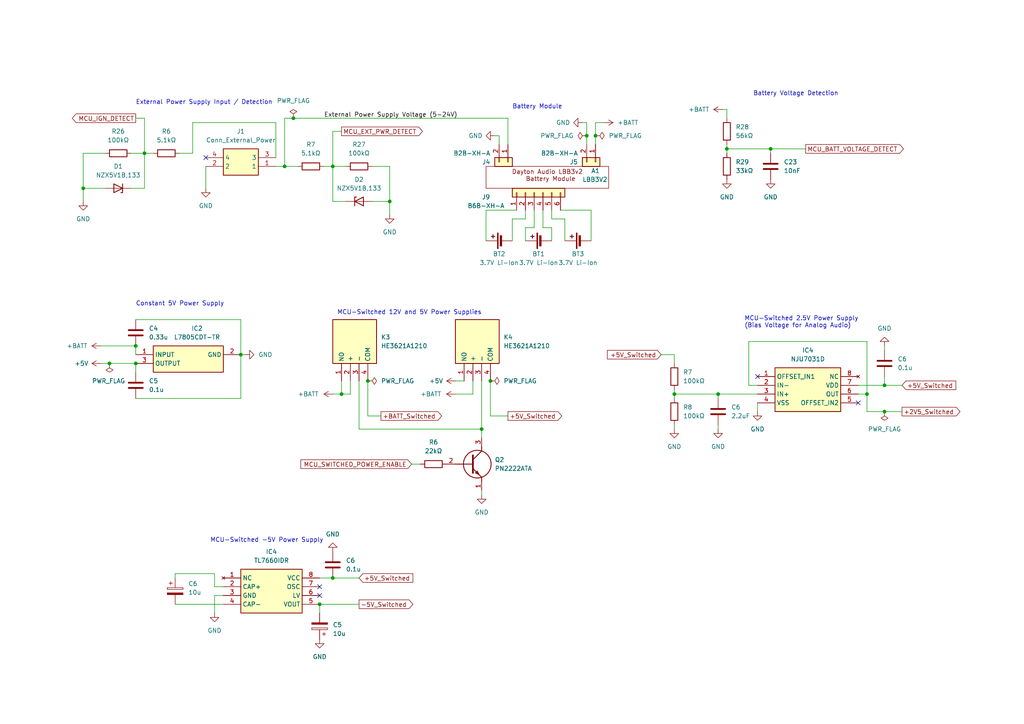
<source format=kicad_sch>
(kicad_sch (version 20230121) (generator eeschema)
  (paper "A4")
  (lib_symbols
    (symbol "Connector_Generic:Conn_01x02" (pin_names (offset 1.016) hide)
      (property "Reference" "J" (at 0 2.54 0))
      (property "Value" "Conn_01x02" (at 0 -5.08 0))
      (symbol "Conn_01x02_1_1"
        (rectangle (start -1.27 -2.413) (end 0 -2.667) (stroke (width 0.1524)))
        (rectangle (start -1.27 0.127) (end 0 -0.127) (stroke (width 0.1524)))
        (rectangle (start -1.27 1.27) (end 1.27 -3.81) (stroke (width 0.254)) (fill (type background)))
        (pin passive line (at -5.08 0 0) (length 3.81) (name "Pin_1") (number "1"))
        (pin passive line (at -5.08 -2.54 0) (length 3.81) (name "Pin_2") (number "2"))
      )
    )
    (symbol "Connector_Generic:Conn_01x06" (pin_names (offset 1.016) hide)
      (property "Reference" "J" (at 0 7.62 0))
      (property "Value" "Conn_01x06" (at 0 -10.16 0))
      (symbol "Conn_01x06_1_1"
        (rectangle (start -1.27 -7.493) (end 0 -7.747) (stroke (width 0.1524)))
        (rectangle (start -1.27 -4.953) (end 0 -5.207) (stroke (width 0.1524)))
        (rectangle (start -1.27 -2.413) (end 0 -2.667) (stroke (width 0.1524)))
        (rectangle (start -1.27 0.127) (end 0 -0.127) (stroke (width 0.1524)))
        (rectangle (start -1.27 2.667) (end 0 2.413) (stroke (width 0.1524)))
        (rectangle (start -1.27 5.207) (end 0 4.953) (stroke (width 0.1524)))
        (rectangle (start -1.27 6.35) (end 1.27 -8.89) (stroke (width 0.254)) (fill (type background)))
        (pin passive line (at -5.08 5.08 0) (length 3.81) (name "Pin_1") (number "1"))
        (pin passive line (at -5.08 2.54 0) (length 3.81) (name "Pin_2") (number "2"))
        (pin passive line (at -5.08 0 0) (length 3.81) (name "Pin_3") (number "3"))
        (pin passive line (at -5.08 -2.54 0) (length 3.81) (name "Pin_4") (number "4"))
        (pin passive line (at -5.08 -5.08 0) (length 3.81) (name "Pin_5") (number "5"))
        (pin passive line (at -5.08 -7.62 0) (length 3.81) (name "Pin_6") (number "6"))
      )
    )
    (symbol "Device:Battery_Cell" (pin_numbers hide) (pin_names (offset 0) hide)
      (property "Reference" "BT" (at 2.54 2.54 0))
      (property "Value" "Battery_Cell" (at 2.54 0 0))
      (symbol "Battery_Cell_0_1"
        (rectangle (start -2.286 1.778) (end 2.286 1.524) (fill (type outline)))
        (rectangle (start -1.524 1.016) (end 1.524 0.508) (fill (type outline)))
        (polyline (pts (xy 0 0.762) (xy 0 0)))
        (polyline (pts (xy 0 1.778) (xy 0 2.54)))
        (polyline (pts (xy 0.762 3.048) (xy 1.778 3.048)) (stroke (width 0.254)))
        (polyline (pts (xy 1.27 3.556) (xy 1.27 2.54)) (stroke (width 0.254)))
      )
      (symbol "Battery_Cell_1_1"
        (pin passive line (at 0 5.08 270) (length 2.54) (name "+") (number "1"))
        (pin passive line (at 0 -2.54 90) (length 2.54) (name "-") (number "2"))
      )
    )
    (symbol "Device:C" (pin_numbers hide) (pin_names (offset 0.254))
      (property "Reference" "C" (at 0.635 2.54 0))
      (property "Value" "C" (at 0.635 -2.54 0))
      (symbol "C_0_1"
        (polyline (pts (xy -2.032 -0.762) (xy 2.032 -0.762)) (stroke (width 0.508)))
        (polyline (pts (xy -2.032 0.762) (xy 2.032 0.762)) (stroke (width 0.508)))
      )
      (symbol "C_1_1"
        (pin passive line (at 0 3.81 270) (length 2.794) (name "~") (number "1"))
        (pin passive line (at 0 -3.81 90) (length 2.794) (name "~") (number "2"))
      )
    )
    (symbol "Device:C_Polarized" (pin_numbers hide) (pin_names (offset 0.254))
      (property "Reference" "C" (at 0.635 2.54 0))
      (property "Value" "C_Polarized" (at 0.635 -2.54 0))
      (symbol "C_Polarized_0_1"
        (rectangle (start -2.286 0.508) (end 2.286 1.016))
        (polyline (pts (xy -1.778 2.286) (xy -0.762 2.286)))
        (polyline (pts (xy -1.27 2.794) (xy -1.27 1.778)))
        (rectangle (start 2.286 -0.508) (end -2.286 -1.016) (fill (type outline)))
      )
      (symbol "C_Polarized_1_1"
        (pin passive line (at 0 3.81 270) (length 2.794) (name "~") (number "1"))
        (pin passive line (at 0 -3.81 90) (length 2.794) (name "~") (number "2"))
      )
    )
    (symbol "Device:D_Zener" (pin_numbers hide) (pin_names (offset 1.016) hide)
      (property "Reference" "D" (at 0 2.54 0))
      (property "Value" "D_Zener" (at 0 -2.54 0))
      (symbol "D_Zener_0_1"
        (polyline (pts (xy 1.27 0) (xy -1.27 0)))
        (polyline (pts (xy -1.27 -1.27) (xy -1.27 1.27) (xy -0.762 1.27)) (stroke (width 0.254)))
        (polyline (pts (xy 1.27 -1.27) (xy 1.27 1.27) (xy -1.27 0) (xy 1.27 -1.27)) (stroke (width 0.254)))
      )
      (symbol "D_Zener_1_1"
        (pin passive line (at -3.81 0 0) (length 2.54) (name "K") (number "1"))
        (pin passive line (at 3.81 0 180) (length 2.54) (name "A") (number "2"))
      )
    )
    (symbol "Device:R" (pin_numbers hide) (pin_names (offset 0))
      (property "Reference" "R" (at 2.032 0 90))
      (property "Value" "R" (at 0 0 90))
      (symbol "R_0_1"
        (rectangle (start -1.016 -2.54) (end 1.016 2.54) (stroke (width 0.254)))
      )
      (symbol "R_1_1"
        (pin passive line (at 0 3.81 270) (length 1.27) (name "~") (number "1"))
        (pin passive line (at 0 -3.81 90) (length 1.27) (name "~") (number "2"))
      )
    )
    (symbol "M92 Bluetooth Adapter Motherboard:LBB3V2"
      (property "Reference" "A" (at -10.16 6.35 0))
      (property "Value" "LBB3V2" (at -7.62 3.81 0))
      (symbol "LBB3V2_0_1"
        (rectangle (start -17.78 2.54) (end 17.78 -3.81))
      )
      (symbol "LBB3V2_1_1"
        (text "Dayton Audio LBB3v2\n  Battery Module" (at 0 0 0) (effects (font (size 1.27 1.27))))
      )
    )
    (symbol "SamacSys_Parts:172448-0004"
      (property "Reference" "J" (at 16.51 7.62 0))
      (property "Value" "172448-0004" (at 16.51 5.08 0))
      (symbol "172448-0004_1_1"
        (rectangle (start 5.08 2.54) (end 15.24 -5.08) (stroke (width 0.254)) (fill (type background)))
        (pin passive line (at 20.32 -2.54 180) (length 5.08) (name "1") (number "1"))
        (pin passive line (at 0 -2.54 0) (length 5.08) (name "2") (number "2"))
        (pin passive line (at 20.32 0 180) (length 5.08) (name "3") (number "3"))
        (pin passive line (at 0 0 0) (length 5.08) (name "4") (number "4"))
      )
    )
    (symbol "SamacSys_Parts:HE3621A1210"
      (property "Reference" "K" (at 19.05 7.62 0))
      (property "Value" "HE3621A1210" (at 19.05 5.08 0))
      (symbol "HE3621A1210_1_1"
        (rectangle (start 5.08 2.54) (end 17.78 -10.16) (stroke (width 0.254)) (fill (type background)))
        (pin passive line (at 0 0 0) (length 5.08) (name "NO") (number "1"))
        (pin passive line (at 0 -2.54 0) (length 5.08) (name "+") (number "2"))
        (pin passive line (at 0 -5.08 0) (length 5.08) (name "-") (number "3"))
        (pin passive line (at 0 -7.62 0) (length 5.08) (name "COM") (number "4"))
      )
    )
    (symbol "SamacSys_Parts:L7805CDT-TR"
      (property "Reference" "IC" (at 26.67 7.62 0))
      (property "Value" "L7805CDT-TR" (at 26.67 5.08 0))
      (symbol "L7805CDT-TR_1_1"
        (rectangle (start 5.08 2.54) (end 25.4 -5.08) (stroke (width 0.254)) (fill (type background)))
        (pin passive line (at 0 0 0) (length 5.08) (name "INPUT") (number "1"))
        (pin passive line (at 30.48 0 180) (length 5.08) (name "GND") (number "2"))
        (pin passive line (at 0 -2.54 0) (length 5.08) (name "OUTPUT") (number "3"))
      )
    )
    (symbol "SamacSys_Parts:NJU7031D"
      (property "Reference" "IC" (at 25.4 7.62 0))
      (property "Value" "NJU7031D" (at 25.4 5.08 0))
      (symbol "NJU7031D_1_1"
        (rectangle (start 5.08 2.54) (end 24.13 -10.16) (stroke (width 0.254)) (fill (type background)))
        (pin passive line (at 0 0 0) (length 5.08) (name "OFFSET_IN1") (number "1"))
        (pin passive line (at 0 -2.54 0) (length 5.08) (name "IN-") (number "2"))
        (pin passive line (at 0 -5.08 0) (length 5.08) (name "IN+") (number "3"))
        (pin power_in line (at 0 -7.62 0) (length 5.08) (name "VSS") (number "4"))
        (pin passive line (at 29.21 -7.62 180) (length 5.08) (name "OFFSET_IN2") (number "5"))
        (pin passive line (at 29.21 -5.08 180) (length 5.08) (name "OUT") (number "6"))
        (pin power_in line (at 29.21 -2.54 180) (length 5.08) (name "VDD") (number "7"))
        (pin no_connect line (at 29.21 0 180) (length 5.08) (name "NC") (number "8"))
      )
    )
    (symbol "SamacSys_Parts:PN2222ATA" (pin_names hide)
      (property "Reference" "Q" (at 13.97 1.27 0))
      (property "Value" "PN2222ATA" (at 13.97 -1.27 0))
      (symbol "PN2222ATA_1_1"
        (polyline (pts (xy 2.54 0) (xy 7.62 0)) (stroke (width 0.254)))
        (polyline (pts (xy 7.62 -1.27) (xy 10.16 -3.81)) (stroke (width 0.254)))
        (polyline (pts (xy 7.62 1.27) (xy 10.16 3.81)) (stroke (width 0.254)))
        (polyline (pts (xy 7.62 2.54) (xy 7.62 -2.54)) (stroke (width 0.508)))
        (polyline (pts (xy 10.16 -3.81) (xy 10.16 -5.08)) (stroke (width 0.254)))
        (polyline (pts (xy 10.16 3.81) (xy 10.16 5.08)) (stroke (width 0.254)))
        (polyline (pts (xy 8.382 -2.54) (xy 8.89 -2.032) (xy 9.398 -3.048) (xy 8.382 -2.54)) (stroke (width 0.254)) (fill (type outline)))
        (circle (center 8.89 0) (radius 4.016) (stroke (width 0.254)))
        (pin passive line (at 10.16 -7.62 90) (length 2.54) (name "E") (number "1"))
        (pin passive line (at 0 0 0) (length 2.54) (name "B") (number "2"))
        (pin passive line (at 10.16 7.62 270) (length 2.54) (name "C") (number "3"))
      )
    )
    (symbol "SamacSys_Parts:TL7660IDR"
      (property "Reference" "IC" (at 24.13 7.62 0))
      (property "Value" "TL7660IDR" (at 24.13 5.08 0))
      (symbol "TL7660IDR_1_1"
        (rectangle (start 5.08 2.54) (end 22.86 -10.16) (stroke (width 0.254)) (fill (type background)))
        (pin no_connect line (at 0 0 0) (length 5.08) (name "NC") (number "1"))
        (pin passive line (at 0 -2.54 0) (length 5.08) (name "CAP+") (number "2"))
        (pin power_in line (at 0 -5.08 0) (length 5.08) (name "GND") (number "3"))
        (pin passive line (at 0 -7.62 0) (length 5.08) (name "CAP-") (number "4"))
        (pin power_out line (at 27.94 -7.62 180) (length 5.08) (name "VOUT") (number "5"))
        (pin passive line (at 27.94 -5.08 180) (length 5.08) (name "LV") (number "6"))
        (pin passive line (at 27.94 -2.54 180) (length 5.08) (name "OSC") (number "7"))
        (pin power_in line (at 27.94 0 180) (length 5.08) (name "VCC") (number "8"))
      )
    )
    (symbol "power:+5V" (power) (pin_names (offset 0))
      (property "Value" "+5V" (at 0 3.556 0))
      (symbol "+5V_0_1"
        (polyline (pts (xy -0.762 1.27) (xy 0 2.54)))
        (polyline (pts (xy 0 0) (xy 0 2.54)))
        (polyline (pts (xy 0 2.54) (xy 0.762 1.27)))
      )
      (symbol "+5V_1_1"
        (pin power_in line (at 0 0 90) (length 0) hide (name "+5V") (number "1"))
      )
    )
    (symbol "power:+BATT" (power) (pin_names (offset 0))
      (property "Value" "+BATT" (at 0 3.556 0))
      (symbol "+BATT_0_1"
        (polyline (pts (xy -0.762 1.27) (xy 0 2.54)))
        (polyline (pts (xy 0 0) (xy 0 2.54)))
        (polyline (pts (xy 0 2.54) (xy 0.762 1.27)))
      )
      (symbol "+BATT_1_1"
        (pin power_in line (at 0 0 90) (length 0) hide (name "+BATT") (number "1"))
      )
    )
    (symbol "power:GND" (power) (pin_names (offset 0))
      (property "Value" "GND" (at 0 -3.81 0))
      (symbol "GND_0_1"
        (polyline (pts (xy 0 0) (xy 0 -1.27) (xy 1.27 -1.27) (xy 0 -2.54) (xy -1.27 -1.27) (xy 0 -1.27)))
      )
      (symbol "GND_1_1"
        (pin power_in line (at 0 0 270) (length 0) hide (name "GND") (number "1"))
      )
    )
    (symbol "power:PWR_FLAG" (power) (pin_numbers hide) (pin_names (offset 0) hide)
      (property "Value" "PWR_FLAG" (at 0 3.81 0))
      (symbol "PWR_FLAG_0_0"
        (pin power_out line (at 0 0 90) (length 0) (name "pwr") (number "1"))
      )
      (symbol "PWR_FLAG_0_1"
        (polyline (pts (xy 0 0) (xy 0 1.27) (xy -1.016 1.905) (xy 0 2.54) (xy 1.016 1.905) (xy 0 1.27)))
      )
    )
  )
  (junction (at 39.37 105.41))
  (junction (at 96.52 48.26))
  (junction (at 210.82 43.18))
  (junction (at 251.46 114.3))
  (junction (at 172.72 39.37))
  (junction (at 99.06 114.3))
  (junction (at 139.7 124.46))
  (junction (at 142.24 110.49))
  (junction (at 92.71 175.26))
  (junction (at 85.09 34.29))
  (junction (at 39.37 100.33))
  (junction (at 31.75 105.41))
  (junction (at 96.52 167.64))
  (junction (at 195.58 114.3))
  (junction (at 24.13 54.61))
  (junction (at 82.55 48.26))
  (junction (at 106.68 110.49))
  (junction (at 256.54 111.76))
  (junction (at 256.54 119.38))
  (junction (at 170.18 39.37))
  (junction (at 69.85 102.87))
  (junction (at 41.91 44.45))
  (junction (at 113.03 58.42))
  (junction (at 208.28 114.3))
  (junction (at 223.52 43.18))
  (no_connect (at 59.69 45.72))
  (no_connect (at 92.71 172.72))
  (no_connect (at 92.71 170.18))
  (no_connect (at 219.71 109.22))
  (no_connect (at 248.92 116.84))
  (wire (pts (xy 69.85 92.71) (xy 69.85 102.87)))
  (wire (pts (xy 96.52 114.3) (xy 99.06 114.3)))
  (wire (pts (xy 256.54 109.22) (xy 256.54 111.76)))
  (wire (pts (xy 62.23 177.8) (xy 62.23 172.72)))
  (wire (pts (xy 195.58 114.3) (xy 208.28 114.3)))
  (wire (pts (xy 160.02 63.5) (xy 160.02 60.96)))
  (wire (pts (xy 210.82 31.75) (xy 209.55 31.75)))
  (wire (pts (xy 132.08 114.3) (xy 137.16 114.3)))
  (wire (pts (xy 217.17 111.76) (xy 219.71 111.76)))
  (wire (pts (xy 38.1 54.61) (xy 41.91 54.61)))
  (wire (pts (xy 41.91 54.61) (xy 41.91 44.45)))
  (wire (pts (xy 210.82 34.29) (xy 210.82 31.75)))
  (wire (pts (xy 41.91 44.45) (xy 44.45 44.45)))
  (wire (pts (xy 82.55 48.26) (xy 86.36 48.26)))
  (wire (pts (xy 208.28 115.57) (xy 208.28 114.3)))
  (wire (pts (xy 210.82 43.18) (xy 223.52 43.18)))
  (wire (pts (xy 92.71 175.26) (xy 104.14 175.26)))
  (wire (pts (xy 210.82 41.91) (xy 210.82 43.18)))
  (wire (pts (xy 24.13 58.42) (xy 24.13 54.61)))
  (wire (pts (xy 50.8 166.37) (xy 62.23 166.37)))
  (wire (pts (xy 139.7 142.24) (xy 139.7 143.51)))
  (wire (pts (xy 39.37 115.57) (xy 69.85 115.57)))
  (wire (pts (xy 134.62 110.49) (xy 132.08 110.49)))
  (wire (pts (xy 59.69 54.61) (xy 59.69 48.26)))
  (wire (pts (xy 92.71 167.64) (xy 96.52 167.64)))
  (wire (pts (xy 217.17 99.06) (xy 217.17 111.76)))
  (wire (pts (xy 195.58 115.57) (xy 195.58 114.3)))
  (wire (pts (xy 256.54 100.33) (xy 256.54 101.6)))
  (wire (pts (xy 168.91 35.56) (xy 170.18 35.56)))
  (wire (pts (xy 62.23 170.18) (xy 64.77 170.18)))
  (wire (pts (xy 92.71 175.26) (xy 92.71 177.8)))
  (wire (pts (xy 39.37 34.29) (xy 41.91 34.29)))
  (wire (pts (xy 96.52 167.64) (xy 104.14 167.64)))
  (wire (pts (xy 195.58 114.3) (xy 195.58 113.03)))
  (wire (pts (xy 157.48 66.04) (xy 157.48 60.96)))
  (wire (pts (xy 38.1 44.45) (xy 41.91 44.45)))
  (wire (pts (xy 41.91 34.29) (xy 41.91 44.45)))
  (wire (pts (xy 96.52 38.1) (xy 99.06 38.1)))
  (wire (pts (xy 139.7 127) (xy 139.7 124.46)))
  (wire (pts (xy 170.18 35.56) (xy 170.18 39.37)))
  (wire (pts (xy 71.12 102.87) (xy 69.85 102.87)))
  (wire (pts (xy 39.37 92.71) (xy 69.85 92.71)))
  (wire (pts (xy 24.13 44.45) (xy 30.48 44.45)))
  (wire (pts (xy 170.18 39.37) (xy 170.18 41.91)))
  (wire (pts (xy 171.45 60.96) (xy 171.45 69.85)))
  (wire (pts (xy 106.68 110.49) (xy 106.68 120.65)))
  (wire (pts (xy 160.02 66.04) (xy 160.02 69.85)))
  (wire (pts (xy 82.55 34.29) (xy 85.09 34.29)))
  (wire (pts (xy 24.13 54.61) (xy 30.48 54.61)))
  (wire (pts (xy 154.94 66.04) (xy 154.94 60.96)))
  (wire (pts (xy 99.06 110.49) (xy 99.06 114.3)))
  (wire (pts (xy 100.33 58.42) (xy 96.52 58.42)))
  (wire (pts (xy 55.88 35.56) (xy 55.88 44.45)))
  (wire (pts (xy 251.46 99.06) (xy 217.17 99.06)))
  (wire (pts (xy 104.14 124.46) (xy 139.7 124.46)))
  (wire (pts (xy 210.82 43.18) (xy 210.82 44.45)))
  (wire (pts (xy 147.32 34.29) (xy 147.32 41.91)))
  (wire (pts (xy 248.92 114.3) (xy 251.46 114.3)))
  (wire (pts (xy 195.58 102.87) (xy 195.58 105.41)))
  (wire (pts (xy 29.21 105.41) (xy 31.75 105.41)))
  (wire (pts (xy 107.95 58.42) (xy 113.03 58.42)))
  (wire (pts (xy 148.59 69.85) (xy 148.59 63.5)))
  (wire (pts (xy 104.14 110.49) (xy 104.14 124.46)))
  (wire (pts (xy 101.6 110.49) (xy 101.6 114.3)))
  (wire (pts (xy 31.75 105.41) (xy 39.37 105.41)))
  (wire (pts (xy 191.77 102.87) (xy 195.58 102.87)))
  (wire (pts (xy 39.37 100.33) (xy 39.37 102.87)))
  (wire (pts (xy 85.09 34.29) (xy 147.32 34.29)))
  (wire (pts (xy 96.52 58.42) (xy 96.52 48.26)))
  (wire (pts (xy 195.58 123.19) (xy 195.58 124.46)))
  (wire (pts (xy 113.03 48.26) (xy 113.03 58.42)))
  (wire (pts (xy 223.52 44.45) (xy 223.52 43.18)))
  (wire (pts (xy 256.54 111.76) (xy 261.62 111.76)))
  (wire (pts (xy 93.98 48.26) (xy 96.52 48.26)))
  (wire (pts (xy 137.16 114.3) (xy 137.16 110.49)))
  (wire (pts (xy 39.37 105.41) (xy 39.37 107.95)))
  (wire (pts (xy 140.97 60.96) (xy 140.97 69.85)))
  (wire (pts (xy 208.28 114.3) (xy 219.71 114.3)))
  (wire (pts (xy 144.78 39.37) (xy 143.51 39.37)))
  (wire (pts (xy 55.88 35.56) (xy 80.01 35.56)))
  (wire (pts (xy 160.02 66.04) (xy 157.48 66.04)))
  (wire (pts (xy 55.88 44.45) (xy 52.07 44.45)))
  (wire (pts (xy 152.4 63.5) (xy 152.4 60.96)))
  (wire (pts (xy 142.24 110.49) (xy 142.24 120.65)))
  (wire (pts (xy 172.72 35.56) (xy 172.72 39.37)))
  (wire (pts (xy 152.4 66.04) (xy 152.4 69.85)))
  (wire (pts (xy 119.38 134.62) (xy 121.92 134.62)))
  (wire (pts (xy 256.54 119.38) (xy 261.62 119.38)))
  (wire (pts (xy 96.52 48.26) (xy 96.52 38.1)))
  (wire (pts (xy 62.23 166.37) (xy 62.23 170.18)))
  (wire (pts (xy 140.97 60.96) (xy 149.86 60.96)))
  (wire (pts (xy 80.01 35.56) (xy 80.01 45.72)))
  (wire (pts (xy 251.46 119.38) (xy 251.46 114.3)))
  (wire (pts (xy 163.83 63.5) (xy 160.02 63.5)))
  (wire (pts (xy 251.46 99.06) (xy 251.46 114.3)))
  (wire (pts (xy 175.26 35.56) (xy 172.72 35.56)))
  (wire (pts (xy 144.78 41.91) (xy 144.78 39.37)))
  (wire (pts (xy 152.4 66.04) (xy 154.94 66.04)))
  (wire (pts (xy 163.83 63.5) (xy 163.83 69.85)))
  (wire (pts (xy 80.01 48.26) (xy 82.55 48.26)))
  (wire (pts (xy 172.72 39.37) (xy 172.72 41.91)))
  (wire (pts (xy 69.85 115.57) (xy 69.85 102.87)))
  (wire (pts (xy 50.8 166.37) (xy 50.8 167.64)))
  (wire (pts (xy 208.28 123.19) (xy 208.28 124.46)))
  (wire (pts (xy 50.8 175.26) (xy 64.77 175.26)))
  (wire (pts (xy 29.21 100.33) (xy 39.37 100.33)))
  (wire (pts (xy 107.95 48.26) (xy 113.03 48.26)))
  (wire (pts (xy 24.13 54.61) (xy 24.13 44.45)))
  (wire (pts (xy 219.71 116.84) (xy 219.71 119.38)))
  (wire (pts (xy 148.59 63.5) (xy 152.4 63.5)))
  (wire (pts (xy 113.03 58.42) (xy 113.03 62.23)))
  (wire (pts (xy 142.24 120.65) (xy 147.32 120.65)))
  (wire (pts (xy 96.52 48.26) (xy 100.33 48.26)))
  (wire (pts (xy 256.54 119.38) (xy 251.46 119.38)))
  (wire (pts (xy 223.52 43.18) (xy 233.68 43.18)))
  (wire (pts (xy 139.7 110.49) (xy 139.7 124.46)))
  (wire (pts (xy 82.55 48.26) (xy 82.55 34.29)))
  (wire (pts (xy 106.68 120.65) (xy 110.49 120.65)))
  (wire (pts (xy 62.23 172.72) (xy 64.77 172.72)))
  (wire (pts (xy 248.92 111.76) (xy 256.54 111.76)))
  (wire (pts (xy 171.45 60.96) (xy 162.56 60.96)))
  (wire (pts (xy 99.06 114.3) (xy 101.6 114.3)))
  (text "MCU-Switched 12V and 5V Power Supplies" (at 97.79 91.44 0) (effects (font (size 1.27 1.27)) (justify left bottom)))
  (text "MCU-Switched 2.5V Power Supply\n(Bias Voltage for Analog Audio)" (at 215.9 95.25 0) (effects (font (size 1.27 1.27)) (justify left bottom)))
  (text "Battery Voltage Detection" (at 218.44 27.94 0) (effects (font (size 1.27 1.27)) (justify left bottom)))
  (text "External Power Supply Input / Detection" (at 39.37 30.48 0) (effects (font (size 1.27 1.27)) (justify left bottom)))
  (text "Battery Module" (at 148.59 31.75 0) (effects (font (size 1.27 1.27)) (justify left bottom)))
  (text "Constant 5V Power Supply" (at 39.37 88.9 0) (effects (font (size 1.27 1.27)) (justify left bottom)))
  (text "MCU-Switched -5V Power Supply" (at 60.96 157.48 0) (effects (font (size 1.27 1.27)) (justify left bottom)))
  (label "External Power Supply Voltage (5-24V)" (at 93.98 34.29 0))
  (global_label "+BATT_Switched" (shape output) (at 110.49 120.65 0) (property "Intersheetrefs" "${INTERSHEET_REFS}" (at 128.6547 120.65 0) (effects (justify left))))
  (global_label "-5V_Switched" (shape output) (at 104.14 175.26 0) (property "Intersheetrefs" "${INTERSHEET_REFS}" (at 120.309 175.26 0) (effects (justify left))))
  (global_label "+2V5_Switched" (shape output) (at 261.62 119.38 0) (property "Intersheetrefs" "${INTERSHEET_REFS}" (at 278.9985 119.38 0) (effects (justify left))))
  (global_label "+5V_Switched" (shape output) (at 147.32 120.65 0) (property "Intersheetrefs" "${INTERSHEET_REFS}" (at 163.489 120.65 0) (effects (justify left))))
  (global_label "+5V_Switched" (shape input) (at 261.62 111.76 0) (property "Intersheetrefs" "${INTERSHEET_REFS}" (at 277.789 111.76 0) (effects (justify left))))
  (global_label "MCU_BATT_VOLTAGE_DETECT" (shape output) (at 233.68 43.18 0) (property "Intersheetrefs" "${INTERSHEET_REFS}" (at 262.6093 43.18 0) (effects (justify left))))
  (global_label "MCU_EXT_PWR_DETECT" (shape output) (at 99.06 38.1 0) (property "Intersheetrefs" "${INTERSHEET_REFS}" (at 123.0906 38.1 0) (effects (justify left))))
  (global_label "+5V_Switched" (shape input) (at 104.14 167.64 0) (property "Intersheetrefs" "${INTERSHEET_REFS}" (at 120.309 167.64 0) (effects (justify left))))
  (global_label "+5V_Switched" (shape input) (at 191.77 102.87 180) (property "Intersheetrefs" "${INTERSHEET_REFS}" (at 175.601 102.87 0) (effects (justify right))))
  (global_label "MCU_SWITCHED_POWER_ENABLE" (shape input) (at 119.38 134.62 180) (property "Intersheetrefs" "${INTERSHEET_REFS}" (at 86.7012 134.62 0) (effects (justify right))))
  (global_label "MCU_IGN_DETECT" (shape output) (at 39.37 34.29 180) (property "Intersheetrefs" "${INTERSHEET_REFS}" (at 20.4192 34.29 0) (effects (justify right))))
  (symbol (lib_id "SamacSys_Parts:TL7660IDR") (at 64.77 167.64 0) (unit 1)
    (property "Reference" "IC4" (at 78.74 160.02 0))
    (property "Value" "TL7660IDR" (at 78.74 162.56 0))
    (property "Footprint" "SOIC127P600X175-8N" (effects hide))
    (property "Datasheet" "http://www.ti.com/lit/gpn/tl7660" (effects hide))
    (property "Height" "1.75" (effects hide))
    (property "Mouser Part Number" "595-TL7660IDR" (effects hide))
    (property "Mouser Price/Stock" "https://www.mouser.com/ProductDetail/Texas-Instruments/TL7660IDR?qs=jZi1jxfVU96QBF8szGiP8Q%3D%3D" (effects hide))
    (property "Manufacturer_Name" "Texas Instruments" (effects hide))
    (property "Manufacturer_Part_Number" "TL7660IDR" (effects hide))
    (property "JLCPCB Part #" "C2071722" (effects hide))
  )
  (symbol (lib_id "power:PWR_FLAG") (at 106.68 110.49 270) (unit 1)
    (property "Reference" "#FLG02" (effects hide))
    (property "Value" "PWR_FLAG" (at 110.49 110.49 90) (effects (justify left)))
    (instances (project "M92 Bluetooth Adapter Motherboard" (path "" (reference "#FLG02") (unit 1)) (path "" (reference "#FLG03") (unit 1))))
  )
  (symbol (lib_id "power:GND") (at 210.82 52.07 0) (unit 1)
    (property "Reference" "#PWR010" (effects hide))
    (property "Value" "GND" (at 210.82 57.15 0))
    (instances (project "M92 Bluetooth Adapter Motherboard" (path "" (reference "#PWR010") (unit 1)) (path "" (reference "#PWR050") (unit 1)) (path "" (reference "#PWR056") (unit 1))))
  )
  (symbol (lib_id "Device:C") (at 208.28 119.38 0) (unit 1)
    (property "Reference" "C6" (at 212.09 118.11 0) (effects (justify left)))
    (property "Value" "2.2uF" (at 212.09 120.65 0) (effects (justify left)))
    (property "Footprint" "Capacitor_SMD:C_1206_3216Metric_Pad1.33x1.80mm_HandSolder" (effects hide))
    (property "Manufacturer_Name" "KEMET" (effects hide))
    (property "Manufacturer_Part_Number" "C1206C225J4RACTU" (effects hide))
    (property "Mouser Part Number" "80-C1206C225J4R" (effects hide))
    (property "Mouser Price/Stock" "https://www.mouser.com/ProductDetail/KEMET/C1206C225J4RACTU?qs=m0aKnHR%2FAE52qxZ60Kenpg%3D%3D" (effects hide))
    (property "JLCPCB Part #" "C5137587" (effects hide))
    (instances (project "M92 Bluetooth Adapter Motherboard" (path "" (reference "C6") (unit 1)) (path "" (reference "C10") (unit 1))))
  )
  (symbol (lib_id "Device:C_Polarized") (at 92.71 181.61 180) (unit 1)
    (property "Reference" "C5" (at 96.52 181.229 0) (effects (justify right)))
    (property "Value" "10u" (at 96.52 183.769 0) (effects (justify right)))
    (property "Footprint" "Capacitor_SMD:CP_Elec_4x5.4" (effects hide))
    (property "Height" "5.4" (effects hide))
    (property "Manufacturer_Name" "KEMET" (effects hide))
    (property "Manufacturer_Part_Number" "EDH106M016A9BAA" (effects hide))
    (property "Mouser Part Number" "80-EDH106M016A9BAA" (effects hide))
    (property "Mouser Price/Stock" "https://www.mouser.com/ProductDetail/KEMET/EDH106M016A9BAA?qs=iR2ablhfrmGRSCLQdrL4eg%3D%3D" (effects hide))
    (property "JLCPCB Part #" "C3001227" (effects hide))
  )
  (symbol (lib_id "Device:D_Zener") (at 34.29 54.61 180) (unit 1)
    (property "Reference" "D1" (at 34.29 48.26 0))
    (property "Value" "NZX5V1B,133" (at 34.29 50.8 0))
    (property "Footprint" "Diode_THT:D_DO-35_SOD27_P2.54mm_Vertical_AnodeUp" (effects hide))
    (property "Manufacturer_Name" "Nexperia" (effects hide))
    (property "Manufacturer_Part_Number" "NZX5V1B,133" (effects hide))
    (property "Mouser Part Number" "771-NZX5V1B,133" (effects hide))
    (property "Mouser Price/Stock" "https://www.mouser.com/ProductDetail/Nexperia/NZX5V1B133?qs=mSipnS5lFm8BuFOR0Qsn%2Fw%3D%3D" (effects hide))
  )
  (symbol (lib_id "power:PWR_FLAG") (at 85.09 34.29 0) (unit 1)
    (property "Reference" "#FLG01" (effects hide))
    (property "Value" "PWR_FLAG" (at 85.09 29.21 0))
    (instances (project "M92 Bluetooth Adapter Motherboard" (path "" (reference "#FLG01") (unit 1)) (path "" (reference "#FLG02") (unit 1))))
  )
  (symbol (lib_id "SamacSys_Parts:NJU7031D") (at 219.71 109.22 0) (unit 1)
    (property "Reference" "IC4" (at 234.315 101.6 0))
    (property "Value" "NJU7031D" (at 234.315 104.14 0))
    (property "Footprint" "DIP762W56P254L880H425Q8N" (effects hide))
    (property "Datasheet" "https://www.mouser.com/datasheet/2/294/njrc_s_a0000239086_1-2279623.pdf" (effects hide))
    (property "Height" "4.25" (effects hide))
    (property "Mouser Part Number" "513-NJU7031D" (effects hide))
    (property "Mouser Price/Stock" "https://www.mouser.com/ProductDetail/Nisshinbo/NJU7031D?qs=h19x94Mol3zae2an8c91lA%3D%3D" (effects hide))
    (property "Manufacturer_Name" "New Japan Radio" (effects hide))
    (property "Manufacturer_Part_Number" "NJU7031D" (effects hide))
    (instances (project "M92 Bluetooth Adapter Motherboard" (path "" (reference "IC4") (unit 1)) (path "" (reference "IC3") (unit 1))))
  )
  (symbol (lib_id "Device:D_Zener") (at 104.14 58.42 0) (unit 1)
    (property "Reference" "D2" (at 104.14 52.07 0))
    (property "Value" "NZX5V1B,133" (at 104.14 54.61 0))
    (property "Footprint" "Diode_THT:D_DO-35_SOD27_P2.54mm_Vertical_AnodeUp" (effects hide))
    (property "Manufacturer_Name" "Nexperia" (effects hide))
    (property "Manufacturer_Part_Number" "NZX5V1B,133" (effects hide))
    (property "Mouser Part Number" "771-NZX5V1B,133" (effects hide))
    (property "Mouser Price/Stock" "https://www.mouser.com/ProductDetail/Nexperia/NZX5V1B133?qs=mSipnS5lFm8BuFOR0Qsn%2Fw%3D%3D" (effects hide))
  )
  (symbol (lib_id "power:PWR_FLAG") (at 170.18 39.37 90) (unit 1)
    (property "Reference" "#FLG02" (effects hide))
    (property "Value" "PWR_FLAG" (at 166.37 39.37 90) (effects (justify left)))
    (instances (project "M92 Bluetooth Adapter Motherboard" (path "" (reference "#FLG02") (unit 1)) (path "" (reference "#FLG07") (unit 1))))
  )
  (symbol (lib_id "power:+BATT") (at 132.08 114.3 90) (unit 1)
    (property "Reference" "#PWR040" (effects hide))
    (property "Value" "+BATT" (at 121.92 114.3 90) (effects (justify right)))
  )
  (symbol (lib_id "Device:R") (at 34.29 44.45 90) (unit 1)
    (property "Reference" "R26" (at 34.29 38.1 90))
    (property "Value" "100kΩ" (at 34.29 40.64 90))
    (property "Footprint" "Resistor_SMD:R_1206_3216Metric_Pad1.30x1.75mm_HandSolder" (effects hide))
    (property "Datasheet" "https://www.mouser.com/datasheet/2/54/cr-1858361.pdf" (effects hide))
    (property "Height" "0.6" (effects hide))
    (property "Manufacturer_Name" "Bourns" (effects hide))
    (property "Manufacturer_Part_Number" "CR1206-FX-1003ELF" (effects hide))
    (property "Mouser Part Number" "652-CR1206FX-1003ELF" (effects hide))
    (property "Mouser Price/Stock" "https://www.mouser.com/ProductDetail/Bourns/CR1206-FX-1003ELF?qs=sGAEpiMZZMvdGkrng054t%2Fh5BnJxeWSzEzvHzHwEBoM%3D" (effects hide))
    (property "JLCPCB Part #" "C212480" (effects hide))
  )
  (symbol (lib_id "Device:C_Polarized") (at 50.8 171.45 0) (unit 1)
    (property "Reference" "C6" (at 54.61 169.291 0) (effects (justify left)))
    (property "Value" "10u" (at 54.61 171.831 0) (effects (justify left)))
    (property "Footprint" "Capacitor_SMD:CP_Elec_4x5.4" (effects hide))
    (property "Height" "5.4" (effects hide))
    (property "Manufacturer_Name" "KEMET" (effects hide))
    (property "Manufacturer_Part_Number" "EDH106M016A9BAA" (effects hide))
    (property "Mouser Part Number" "80-EDH106M016A9BAA" (effects hide))
    (property "Mouser Price/Stock" "https://www.mouser.com/ProductDetail/KEMET/EDH106M016A9BAA?qs=iR2ablhfrmGRSCLQdrL4eg%3D%3D" (effects hide))
    (property "JLCPCB Part #" "C3001227" (effects hide))
  )
  (symbol (lib_id "power:PWR_FLAG") (at 172.72 39.37 270) (unit 1)
    (property "Reference" "#FLG02" (effects hide))
    (property "Value" "PWR_FLAG" (at 176.53 39.37 90) (effects (justify left)))
    (instances (project "M92 Bluetooth Adapter Motherboard" (path "" (reference "#FLG02") (unit 1)) (path "" (reference "#FLG06") (unit 1))))
  )
  (symbol (lib_id "power:GND") (at 62.23 177.8 0) (unit 1)
    (property "Reference" "#PWR013" (effects hide))
    (property "Value" "GND" (at 62.23 182.88 0))
    (instances (project "M92 Bluetooth Adapter Motherboard" (path "" (reference "#PWR013") (unit 1)) (path "" (reference "#PWR014") (unit 1))))
  )
  (symbol (lib_id "Device:C") (at 96.52 163.83 0) (unit 1)
    (property "Reference" "C6" (at 100.33 162.56 0) (effects (justify left)))
    (property "Value" "0.1u" (at 100.33 165.1 0) (effects (justify left)))
    (property "Footprint" "Capacitor_SMD:C_1206_3216Metric_Pad1.33x1.80mm_HandSolder" (effects hide))
    (property "Manufacturer_Name" "KEMET" (effects hide))
    (property "Manufacturer_Part_Number" "C1206C104J4HACTU" (effects hide))
    (property "Mouser Part Number" "80-C1206C104J4HACTU" (effects hide))
    (property "Mouser Price/Stock" "https://www.mouser.com/ProductDetail/KEMET/C1206C104J4HACTU?qs=W0yvOO0ixfH3SzteelzlzQ%3D%3D" (effects hide))
    (property "JLCPCB Part #" "C5137650" (effects hide))
    (instances (project "M92 Bluetooth Adapter Motherboard" (path "" (reference "C6") (unit 1)) (path "" (reference "C4") (unit 1))))
  )
  (symbol (lib_id "power:GND") (at 113.03 62.23 0) (unit 1)
    (property "Reference" "#PWR01" (effects hide))
    (property "Value" "GND" (at 113.03 67.31 0))
  )
  (symbol (lib_id "power:+BATT") (at 96.52 114.3 90) (unit 1)
    (property "Reference" "#PWR041" (effects hide))
    (property "Value" "+BATT" (at 86.36 114.3 90) (effects (justify right)))
  )
  (symbol (lib_id "power:GND") (at 256.54 100.33 180) (unit 1)
    (property "Reference" "#PWR017" (effects hide))
    (property "Value" "GND" (at 256.54 95.25 0))
    (instances (project "M92 Bluetooth Adapter Motherboard" (path "" (reference "#PWR017") (unit 1)) (path "" (reference "#PWR06") (unit 1))))
  )
  (symbol (lib_id "Connector_Generic:Conn_01x02") (at 172.72 46.99 270) (unit 1)
    (property "Reference" "J5" (at 167.64 46.99 90) (effects (justify right)))
    (property "Value" "B2B-XH-A" (at 167.64 44.45 90) (effects (justify right)))
    (property "Footprint" "Connector_JST:JST_XH_B2B-XH-A_1x02_P2.50mm_Vertical" (effects hide))
    (property "Manufacturer_Name" "JST" (effects hide))
    (property "Manufacturer_Part_Number" "B2B-XH-A" (effects hide))
  )
  (symbol (lib_id "power:+BATT") (at 209.55 31.75 90) (unit 1)
    (property "Reference" "#PWR057" (effects hide))
    (property "Value" "+BATT" (at 205.74 31.75 90) (effects (justify left)))
  )
  (symbol (lib_id "power:GND") (at 96.52 160.02 180) (unit 1)
    (property "Reference" "#PWR013" (effects hide))
    (property "Value" "GND" (at 96.52 154.94 0))
    (instances (project "M92 Bluetooth Adapter Motherboard" (path "" (reference "#PWR013") (unit 1)) (path "" (reference "#PWR016") (unit 1))))
  )
  (symbol (lib_id "Device:Battery_Cell") (at 168.91 69.85 90) (unit 1)
    (property "Reference" "BT3" (at 167.64 73.66 90))
    (property "Value" "3.7V Li-Ion" (at 167.64 76.2 90))
    (property "Footprint" "Battery:BatteryHolder_Keystone_2460_1xAA" (effects hide))
    (property "Height" "13.89" (effects hide))
    (property "Manufacturer_Name" "Keystone Electronics" (effects hide))
    (property "Manufacturer_Part_Number" "2460" (effects hide))
    (property "Mouser Part Number" "534-2460" (effects hide))
    (property "Mouser Price/Stock" "https://www.mouser.com/ProductDetail/Keystone-Electronics/2460?qs=3CbvriavsLB6FI3qURcWXQ%3D%3D" (effects hide))
  )
  (symbol (lib_id "Device:C") (at 39.37 111.76 180) (unit 1)
    (property "Reference" "C5" (at 43.18 110.49 0) (effects (justify right)))
    (property "Value" "0.1u" (at 43.18 113.03 0) (effects (justify right)))
    (property "Footprint" "Capacitor_SMD:C_1206_3216Metric_Pad1.33x1.80mm_HandSolder" (effects hide))
    (property "Manufacturer_Name" "KEMET" (effects hide))
    (property "Manufacturer_Part_Number" "C1206C104J4HACTU" (effects hide))
    (property "Mouser Part Number" "80-C1206C104J4HACTU" (effects hide))
    (property "Mouser Price/Stock" "https://www.mouser.com/ProductDetail/KEMET/C1206C104J4HACTU?qs=W0yvOO0ixfH3SzteelzlzQ%3D%3D" (effects hide))
    (property "JLCPCB Part #" "C5137650" (effects hide))
    (instances (project "M92 Bluetooth Adapter Motherboard" (path "" (reference "C5") (unit 1)) (path "" (reference "C8") (unit 1))))
  )
  (symbol (lib_id "power:GND") (at 223.52 52.07 0) (unit 1)
    (property "Reference" "#PWR010" (effects hide))
    (property "Value" "GND" (at 223.52 57.15 0))
    (instances (project "M92 Bluetooth Adapter Motherboard" (path "" (reference "#PWR010") (unit 1)) (path "" (reference "#PWR050") (unit 1)) (path "" (reference "#PWR010") (unit 1))))
  )
  (symbol (lib_id "power:GND") (at 71.12 102.87 90) (unit 1)
    (property "Reference" "#PWR012" (effects hide))
    (property "Value" "GND" (at 74.93 102.87 90) (effects (justify right)))
    (instances (project "M92 Bluetooth Adapter Motherboard" (path "" (reference "#PWR012") (unit 1)) (path "" (reference "#PWR019") (unit 1))))
  )
  (symbol (lib_id "M92 Bluetooth Adapter Motherboard:LBB3V2") (at 158.75 50.8 0) (unit 1)
    (property "Reference" "A1" (at 171.45 49.53 0) (effects (justify left)))
    (property "Value" "LBB3V2" (at 168.91 52.07 0) (effects (justify left)))
    (property "Footprint" "M92 Bluetooth Adapter Motherboard:LBB3v2 Battery Module" (effects hide))
    (property "Datasheet" "https://www.daytonaudio.com/images/resources/325-201--dayton-audio-lbb-3v2-user-manual.pdf" (effects hide))
    (property "Manufacturer_Name" "Dayton Audio" (effects hide))
    (property "Manufacturer_Part_Number" "LBB3v2" (effects hide))
  )
  (symbol (lib_id "power:GND") (at 168.91 35.56 270) (unit 1)
    (property "Reference" "#PWR01" (effects hide))
    (property "Value" "GND" (at 161.29 35.56 90) (effects (justify left)))
    (instances (project "M92 Bluetooth Adapter Motherboard" (path "" (reference "#PWR01") (unit 1)) (path "" (reference "#PWR013") (unit 1))))
  )
  (symbol (lib_id "Device:C") (at 256.54 105.41 0) (unit 1)
    (property "Reference" "C6" (at 260.35 104.14 0) (effects (justify left)))
    (property "Value" "0.1u" (at 260.35 106.68 0) (effects (justify left)))
    (property "Footprint" "Capacitor_SMD:C_1206_3216Metric_Pad1.33x1.80mm_HandSolder" (effects hide))
    (property "Manufacturer_Name" "KEMET" (effects hide))
    (property "Manufacturer_Part_Number" "C1206C104J4HACTU" (effects hide))
    (property "Mouser Part Number" "80-C1206C104J4HACTU" (effects hide))
    (property "Mouser Price/Stock" "https://www.mouser.com/ProductDetail/KEMET/C1206C104J4HACTU?qs=W0yvOO0ixfH3SzteelzlzQ%3D%3D" (effects hide))
    (property "JLCPCB Part #" "C5137650" (effects hide))
    (instances (project "M92 Bluetooth Adapter Motherboard" (path "" (reference "C6") (unit 1)) (path "" (reference "C9") (unit 1))))
  )
  (symbol (lib_id "SamacSys_Parts:HE3621A1210") (at 134.62 110.49 90) (unit 1)
    (property "Reference" "K4" (at 146.05 97.79 90) (effects (justify right)))
    (property "Value" "HE3621A1210" (at 146.05 100.33 90) (effects (justify right)))
    (property "Footprint" "HE3621A1210" (effects hide))
    (property "Datasheet" "https://www.littelfuse.com/~/media/electronics/datasheets/reed_relays/littelfuse_reed_relays_he3600_datasheet.pdf.pdf" (effects hide))
    (property "Height" "7.45" (effects hide))
    (property "Mouser Part Number" "934-HE3621A1210" (effects hide))
    (property "Mouser Price/Stock" "https://www.mouser.com/ProductDetail/Littelfuse/HE3621A1210?qs=X8LBAgEWIKJdT9HoAF5kHg%3D%3D" (effects hide))
    (property "Manufacturer_Name" "LITTELFUSE" (effects hide))
    (property "Manufacturer_Part_Number" "HE3621A1210" (effects hide))
    (instances (project "M92 Bluetooth Adapter Motherboard" (path "" (reference "K4") (unit 1)) (path "" (reference "K2") (unit 1))))
  )
  (symbol (lib_id "power:+BATT") (at 175.26 35.56 270) (unit 1)
    (property "Reference" "#PWR039" (effects hide))
    (property "Value" "+BATT" (at 179.07 35.56 90) (effects (justify left)))
  )
  (symbol (lib_id "SamacSys_Parts:HE3621A1210") (at 99.06 110.49 90) (unit 1)
    (property "Reference" "K3" (at 110.49 97.79 90) (effects (justify right)))
    (property "Value" "HE3621A1210" (at 110.49 100.33 90) (effects (justify right)))
    (property "Footprint" "HE3621A1210" (effects hide))
    (property "Datasheet" "https://www.littelfuse.com/~/media/electronics/datasheets/reed_relays/littelfuse_reed_relays_he3600_datasheet.pdf.pdf" (effects hide))
    (property "Height" "7.45" (effects hide))
    (property "Mouser Part Number" "934-HE3621A1210" (effects hide))
    (property "Mouser Price/Stock" "https://www.mouser.com/ProductDetail/Littelfuse/HE3621A1210?qs=X8LBAgEWIKJdT9HoAF5kHg%3D%3D" (effects hide))
    (property "Manufacturer_Name" "LITTELFUSE" (effects hide))
    (property "Manufacturer_Part_Number" "HE3621A1210" (effects hide))
    (instances (project "M92 Bluetooth Adapter Motherboard" (path "" (reference "K3") (unit 1)) (path "" (reference "K1") (unit 1))))
  )
  (symbol (lib_id "Device:Battery_Cell") (at 157.48 69.85 90) (unit 1)
    (property "Reference" "BT1" (at 156.21 73.66 90))
    (property "Value" "3.7V Li-Ion" (at 156.21 76.2 90))
    (property "Footprint" "Battery:BatteryHolder_Keystone_2460_1xAA" (effects hide))
    (property "Height" "13.89" (effects hide))
    (property "Manufacturer_Name" "Keystone Electronics" (effects hide))
    (property "Manufacturer_Part_Number" "2460" (effects hide))
    (property "Mouser Part Number" "534-2460" (effects hide))
    (property "Mouser Price/Stock" "https://www.mouser.com/ProductDetail/Keystone-Electronics/2460?qs=3CbvriavsLB6FI3qURcWXQ%3D%3D" (effects hide))
  )
  (symbol (lib_id "power:+5V") (at 29.21 105.41 90) (unit 1)
    (property "Reference" "#PWR011" (effects hide))
    (property "Value" "+5V" (at 21.59 105.41 90) (effects (justify right)))
    (instances (project "M92 Bluetooth Adapter Motherboard" (path "" (reference "#PWR011") (unit 1)) (path "" (reference "#PWR020") (unit 1))))
  )
  (symbol (lib_id "SamacSys_Parts:PN2222ATA") (at 129.54 134.62 0) (unit 1)
    (property "Reference" "Q2" (at 143.51 133.35 0) (effects (justify left)))
    (property "Value" "PN2222ATA" (at 143.51 135.89 0) (effects (justify left)))
    (property "Footprint" "BC33740TA" (effects hide))
    (property "Datasheet" "https://www.mouser.com/datasheet/2/308/1/PN2222A_D-2319791.pdf" (effects hide))
    (property "Mouser Part Number" "512-PN2222ATA" (effects hide))
    (property "Mouser Price/Stock" "https://www.mouser.com/ProductDetail/onsemi-Fairchild/PN2222ATA?qs=QwEULm8S1DrfA%2FCRPqYa%252Bw%3D%3D" (effects hide))
    (property "Manufacturer_Name" "onsemi" (effects hide))
    (property "Manufacturer_Part_Number" "PN2222ATA" (effects hide))
    (instances (project "M92 Bluetooth Adapter Motherboard" (path "" (reference "Q2") (unit 1)) (path "" (reference "Q3") (unit 1))))
  )
  (symbol (lib_id "Connector_Generic:Conn_01x06") (at 154.94 55.88 90) (unit 1)
    (property "Reference" "J9" (at 140.97 57.15 90))
    (property "Value" "B6B-XH-A" (at 140.97 59.69 90))
    (property "Footprint" "Connector_JST:JST_XH_B6B-XH-A_1x06_P2.50mm_Vertical" (effects hide))
    (property "Manufacturer_Name" "JST" (effects hide))
    (property "Manufacturer_Part_Number" "B6B-XH-A" (effects hide))
  )
  (symbol (lib_id "power:PWR_FLAG") (at 142.24 110.49 270) (unit 1)
    (property "Reference" "#FLG02" (effects hide))
    (property "Value" "PWR_FLAG" (at 146.05 110.49 90) (effects (justify left)))
    (instances (project "M92 Bluetooth Adapter Motherboard" (path "" (reference "#FLG02") (unit 1)) (path "" (reference "#FLG04") (unit 1))))
  )
  (symbol (lib_id "Device:R") (at 48.26 44.45 90) (unit 1)
    (property "Reference" "R6" (at 48.26 38.1 90))
    (property "Value" "5.1kΩ" (at 48.26 40.64 90))
    (property "Footprint" "Resistor_SMD:R_1206_3216Metric_Pad1.30x1.75mm_HandSolder" (effects hide))
    (property "Datasheet" "https://www.mouser.com/datasheet/2/54/cr-1858361.pdf" (effects hide))
    (property "Height" "0.6" (effects hide))
    (property "Manufacturer_Name" "Bourns" (effects hide))
    (property "Manufacturer_Part_Number" "CR1206-FX-5101ELF" (effects hide))
    (property "Mouser Part Number" "652-CR1206FX-5101ELF" (effects hide))
    (property "Mouser Price/Stock" "https://www.mouser.com/ProductDetail/Bourns/CR1206-FX-5101ELF?qs=sGAEpiMZZMvdGkrng054t%2Fh5BnJxeWSzOFEIVWI72qY%3D" (effects hide))
    (property "JLCPCB Part #" "C368272" (effects hide))
  )
  (symbol (lib_id "power:PWR_FLAG") (at 256.54 119.38 180) (unit 1)
    (property "Reference" "#FLG02" (effects hide))
    (property "Value" "PWR_FLAG" (at 256.54 124.46 0))
    (instances (project "M92 Bluetooth Adapter Motherboard" (path "" (reference "#FLG02") (unit 1)) (path "" (reference "#FLG05") (unit 1))))
  )
  (symbol (lib_id "Device:R") (at 104.14 48.26 270) (unit 1)
    (property "Reference" "R27" (at 104.14 41.91 90))
    (property "Value" "100kΩ" (at 104.14 44.45 90))
    (property "Footprint" "Resistor_SMD:R_1206_3216Metric_Pad1.30x1.75mm_HandSolder" (effects hide))
    (property "Datasheet" "https://www.mouser.com/datasheet/2/54/cr-1858361.pdf" (effects hide))
    (property "Height" "0.6" (effects hide))
    (property "Manufacturer_Name" "Bourns" (effects hide))
    (property "Manufacturer_Part_Number" "CR1206-FX-1003ELF" (effects hide))
    (property "Mouser Part Number" "652-CR1206FX-1003ELF" (effects hide))
    (property "Mouser Price/Stock" "https://www.mouser.com/ProductDetail/Bourns/CR1206-FX-1003ELF?qs=sGAEpiMZZMvdGkrng054t%2Fh5BnJxeWSzEzvHzHwEBoM%3D" (effects hide))
    (property "JLCPCB Part #" "C212480" (effects hide))
  )
  (symbol (lib_id "SamacSys_Parts:L7805CDT-TR") (at 39.37 102.87 0) (unit 1)
    (property "Reference" "IC2" (at 57.15 95.25 0))
    (property "Value" "L7805CDT-TR" (at 57.15 97.79 0))
    (property "Footprint" "L7805CDTTR" (effects hide))
    (property "Datasheet" "https://componentsearchengine.com/Datasheets/2/L7805CDT-TR.pdf" (effects hide))
    (property "Height" "2.63" (effects hide))
    (property "Mouser Part Number" "511-L7805CDT-TR" (effects hide))
    (property "Mouser Price/Stock" "https://www.mouser.co.uk/ProductDetail/STMicroelectronics/L7805CDT-TR?qs=gq%2F78KzUDX67VndS%2FbSB4Q%3D%3D" (effects hide))
    (property "Manufacturer_Name" "STMicroelectronics" (effects hide))
    (property "Manufacturer_Part_Number" "L7805CDT-TR" (effects hide))
    (property "JLCPCB Part #" "C310413" (effects hide))
  )
  (symbol (lib_id "power:GND") (at 24.13 58.42 0) (unit 1)
    (property "Reference" "#PWR02" (effects hide))
    (property "Value" "GND" (at 24.13 63.5 0))
    (instances (project "M92 Bluetooth Adapter Motherboard" (path "" (reference "#PWR02") (unit 1)) (path "" (reference "#PWR047") (unit 1))))
  )
  (symbol (lib_id "Device:Battery_Cell") (at 146.05 69.85 90) (unit 1)
    (property "Reference" "BT2" (at 144.78 73.66 90))
    (property "Value" "3.7V Li-Ion" (at 144.78 76.2 90))
    (property "Footprint" "Battery:BatteryHolder_Keystone_2460_1xAA" (effects hide))
    (property "Height" "13.89" (effects hide))
    (property "Manufacturer_Name" "Keystone Electronics" (effects hide))
    (property "Manufacturer_Part_Number" "2460" (effects hide))
    (property "Mouser Part Number" "534-2460" (effects hide))
    (property "Mouser Price/Stock" "https://www.mouser.com/ProductDetail/Keystone-Electronics/2460?qs=3CbvriavsLB6FI3qURcWXQ%3D%3D" (effects hide))
  )
  (symbol (lib_id "Device:R") (at 90.17 48.26 270) (unit 1)
    (property "Reference" "R7" (at 90.17 41.91 90))
    (property "Value" "5.1kΩ" (at 90.17 44.45 90))
    (property "Footprint" "Resistor_SMD:R_1206_3216Metric_Pad1.30x1.75mm_HandSolder" (effects hide))
    (property "Datasheet" "https://www.mouser.com/datasheet/2/54/cr-1858361.pdf" (effects hide))
    (property "Height" "0.6" (effects hide))
    (property "Manufacturer_Name" "Bourns" (effects hide))
    (property "Manufacturer_Part_Number" "CR1206-FX-5101ELF" (effects hide))
    (property "Mouser Part Number" "652-CR1206FX-5101ELF" (effects hide))
    (property "Mouser Price/Stock" "https://www.mouser.com/ProductDetail/Bourns/CR1206-FX-5101ELF?qs=sGAEpiMZZMvdGkrng054t%2Fh5BnJxeWSzOFEIVWI72qY%3D" (effects hide))
    (property "JLCPCB Part #" "C368272" (effects hide))
  )
  (symbol (lib_id "power:GND") (at 219.71 119.38 0) (unit 1)
    (property "Reference" "#PWR017" (effects hide))
    (property "Value" "GND" (at 219.71 124.46 0))
    (instances (project "M92 Bluetooth Adapter Motherboard" (path "" (reference "#PWR017") (unit 1)) (path "" (reference "#PWR011") (unit 1))))
  )
  (symbol (lib_id "power:GND") (at 92.71 185.42 0) (unit 1)
    (property "Reference" "#PWR013" (effects hide))
    (property "Value" "GND" (at 92.71 190.5 0))
    (instances (project "M92 Bluetooth Adapter Motherboard" (path "" (reference "#PWR013") (unit 1)) (path "" (reference "#PWR015") (unit 1))))
  )
  (symbol (lib_id "Device:R") (at 210.82 48.26 0) (unit 1)
    (property "Reference" "R29" (at 213.36 46.99 0) (effects (justify left)))
    (property "Value" "33kΩ" (at 213.36 49.53 0) (effects (justify left)))
    (property "Footprint" "Resistor_SMD:R_1206_3216Metric_Pad1.30x1.75mm_HandSolder" (effects hide))
    (property "Datasheet" "https://www.mouser.com/datasheet/2/54/cr-1858361.pdf" (effects hide))
    (property "Height" "0.6" (effects hide))
    (property "Manufacturer_Name" "Bourns" (effects hide))
    (property "Manufacturer_Part_Number" "CR1206-FX-3302ELF" (effects hide))
    (property "Mouser Part Number" "652-CR1206FX-3302ELF" (effects hide))
    (property "Mouser Price/Stock" "https://www.mouser.com/ProductDetail/Bourns/CR1206-FX-3302ELF?qs=raSpJxvwqHGlFcROEsp6ag%3D%3D" (effects hide))
    (property "JLCPCB Part #" "C229558" (effects hide))
  )
  (symbol (lib_id "power:GND") (at 195.58 124.46 0) (unit 1)
    (property "Reference" "#PWR017" (effects hide))
    (property "Value" "GND" (at 195.58 129.54 0))
    (instances (project "M92 Bluetooth Adapter Motherboard" (path "" (reference "#PWR017") (unit 1)) (path "" (reference "#PWR025") (unit 1))))
  )
  (symbol (lib_id "Device:R") (at 195.58 119.38 0) (unit 1)
    (property "Reference" "R8" (at 198.12 118.11 0) (effects (justify left)))
    (property "Value" "100kΩ" (at 198.12 120.65 0) (effects (justify left)))
    (property "Footprint" "Resistor_SMD:R_1206_3216Metric_Pad1.30x1.75mm_HandSolder" (effects hide))
    (property "Datasheet" "https://www.mouser.com/datasheet/2/54/cr-1858361.pdf" (effects hide))
    (property "Height" "0.6" (effects hide))
    (property "Manufacturer_Name" "Bourns" (effects hide))
    (property "Manufacturer_Part_Number" "CR1206-FX-1003ELF" (effects hide))
    (property "Mouser Part Number" "652-CR1206FX-1003ELF" (effects hide))
    (property "Mouser Price/Stock" "https://www.mouser.com/ProductDetail/Bourns/CR1206-FX-1003ELF?qs=sGAEpiMZZMvdGkrng054t%2Fh5BnJxeWSzEzvHzHwEBoM%3D" (effects hide))
    (property "JLCPCB Part #" "C212480" (effects hide))
    (instances (project "M92 Bluetooth Adapter Motherboard" (path "" (reference "R8") (unit 1)) (path "" (reference "R10") (unit 1))))
  )
  (symbol (lib_id "Device:C") (at 223.52 48.26 0) (unit 1)
    (property "Reference" "C23" (at 227.33 46.99 0) (effects (justify left)))
    (property "Value" "10nF" (at 227.33 49.53 0) (effects (justify left)))
    (property "Footprint" "Capacitor_SMD:C_1206_3216Metric_Pad1.33x1.80mm_HandSolder" (effects hide))
    (property "JLCPCB Part #" "C5137623" (effects hide))
    (property "Manufacturer_Name" "KEMET" (effects hide))
    (property "Manufacturer_Part_Number" "C1206C103J4HACTU" (effects hide))
    (property "Mouser Part Number" "80-C1206C103J4HACTU" (effects hide))
    (property "Mouser Price/Stock" "https://www.mouser.com/ProductDetail/KEMET/C1206C103J4HACTU?qs=W0yvOO0ixfHuR59Cq5E7Zg%3D%3D" (effects hide))
  )
  (symbol (lib_id "SamacSys_Parts:172448-0004") (at 59.69 45.72 0) (unit 1)
    (property "Reference" "J1" (at 69.85 38.1 0))
    (property "Value" "Conn_External_Power" (at 69.85 40.64 0))
    (property "Footprint" "172448-YY04" (effects hide))
    (property "Datasheet" "https://www.molex.com/pdm_docs/sd/1724480002_sd.pdf" (effects hide))
    (property "Height" "10" (effects hide))
    (property "Mouser Part Number" "538-172448-0004" (effects hide))
    (property "Mouser Price/Stock" "https://www.mouser.com/ProductDetail/Molex/172448-0004?qs=UxK%2FDTs6dB6CtzGMQhL0Hg%3D%3D" (effects hide))
    (property "Manufacturer_Name" "Molex" (effects hide))
    (property "Manufacturer_Part_Number" "172448-0004" (effects hide))
  )
  (symbol (lib_id "power:GND") (at 59.69 54.61 0) (unit 1)
    (property "Reference" "#PWR01" (effects hide))
    (property "Value" "GND" (at 59.69 59.69 0))
    (instances (project "M92 Bluetooth Adapter Motherboard" (path "" (reference "#PWR01") (unit 1)) (path "" (reference "#PWR02") (unit 1))))
  )
  (symbol (lib_id "Device:C") (at 39.37 96.52 0) (unit 1)
    (property "Reference" "C4" (at 43.18 95.25 0) (effects (justify left)))
    (property "Value" "0.33u" (at 43.18 97.79 0) (effects (justify left)))
    (property "Footprint" "Capacitor_SMD:C_1206_3216Metric_Pad1.33x1.80mm_HandSolder" (effects hide))
    (property "Manufacturer_Name" "KEMET" (effects hide))
    (property "Manufacturer_Part_Number" "C1206C334J5RACTU" (effects hide))
    (property "Mouser Part Number" "80-C1206C334J5R" (effects hide))
    (property "Mouser Price/Stock" "https://www.mouser.com/ProductDetail/KEMET/C1206C334J5RACTU?qs=4%252BoambldWwZwFUaaZx7f5Q%3D%3D" (effects hide))
    (property "JLCPCB Part #" "C784100" (effects hide))
    (instances (project "M92 Bluetooth Adapter Motherboard" (path "" (reference "C4") (unit 1)) (path "" (reference "C7") (unit 1))))
  )
  (symbol (lib_id "Connector_Generic:Conn_01x02") (at 147.32 46.99 270) (unit 1)
    (property "Reference" "J4" (at 142.24 46.99 90) (effects (justify right)))
    (property "Value" "B2B-XH-A" (at 142.24 44.45 90) (effects (justify right)))
    (property "Footprint" "Connector_JST:JST_XH_B2B-XH-A_1x02_P2.50mm_Vertical" (effects hide))
    (property "Manufacturer_Name" "JST" (effects hide))
    (property "Manufacturer_Part_Number" "B2B-XH-A" (effects hide))
  )
  (symbol (lib_id "power:+5V") (at 132.08 110.49 90) (unit 1)
    (property "Reference" "#PWR016" (effects hide))
    (property "Value" "+5V" (at 124.46 110.49 90) (effects (justify right)))
    (instances (project "M92 Bluetooth Adapter Motherboard" (path "" (reference "#PWR016") (unit 1)) (path "" (reference "#PWR024") (unit 1))))
  )
  (symbol (lib_id "Device:R") (at 210.82 38.1 0) (unit 1)
    (property "Reference" "R28" (at 213.36 36.83 0) (effects (justify left)))
    (property "Value" "56kΩ" (at 213.36 39.37 0) (effects (justify left)))
    (property "Footprint" "Resistor_SMD:R_1206_3216Metric_Pad1.30x1.75mm_HandSolder" (effects hide))
    (property "Datasheet" "https://www.mouser.com/datasheet/2/54/cr-1858361.pdf" (effects hide))
    (property "Height" "0.6" (effects hide))
    (property "Manufacturer_Name" "Bourns" (effects hide))
    (property "Manufacturer_Part_Number" "CR1206-FX-5602ELF" (effects hide))
    (property "Mouser Part Number" "652-CR1206FX-5602ELF" (effects hide))
    (property "Mouser Price/Stock" "https://www.mouser.com/ProductDetail/Bourns/CR1206-FX-5602ELF?qs=O4EQhShwvrpmr2Gk5hEGIw%3D%3D" (effects hide))
    (property "JLCPCB Part #" "C137252" (effects hide))
  )
  (symbol (lib_id "power:+BATT") (at 29.21 100.33 90) (unit 1)
    (property "Reference" "#PWR042" (effects hide))
    (property "Value" "+BATT" (at 25.4 100.33 90) (effects (justify left)))
  )
  (symbol (lib_id "power:PWR_FLAG") (at 31.75 105.41 180) (unit 1)
    (property "Reference" "#FLG02" (effects hide))
    (property "Value" "PWR_FLAG" (at 26.67 110.49 0) (effects (justify right)))
    (instances (project "M92 Bluetooth Adapter Motherboard" (path "" (reference "#FLG02") (unit 1)) (path "" (reference "#FLG08") (unit 1))))
  )
  (symbol (lib_id "Device:R") (at 125.73 134.62 90) (unit 1)
    (property "Reference" "R6" (at 125.73 128.27 90))
    (property "Value" "22kΩ" (at 125.73 130.81 90))
    (property "Footprint" "Resistor_SMD:R_1206_3216Metric_Pad1.30x1.75mm_HandSolder" (effects hide))
    (property "Datasheet" "https://www.mouser.com/datasheet/2/54/cr-1858361.pdf" (effects hide))
    (property "Height" "0.6" (effects hide))
    (property "Manufacturer_Name" "Bourns" (effects hide))
    (property "Manufacturer_Part_Number" "CR1206-FX-2202ELF" (effects hide))
    (property "Mouser Part Number" "652-CR1206FX-2202ELF" (effects hide))
    (property "Mouser Price/Stock" "https://www.mouser.com/ProductDetail/Bourns/CR1206-FX-2202ELF?qs=UUWDWenVDLgoscb%252BjyBFsA%3D%3D" (effects hide))
    (property "JLCPCB Part #" "C497162" (effects hide))
    (instances (project "M92 Bluetooth Adapter Motherboard" (path "" (reference "R6") (unit 1)) (path "" (reference "R8") (unit 1))))
  )
  (symbol (lib_id "power:GND") (at 208.28 124.46 0) (unit 1)
    (property "Reference" "#PWR017" (effects hide))
    (property "Value" "GND" (at 208.28 129.54 0))
    (instances (project "M92 Bluetooth Adapter Motherboard" (path "" (reference "#PWR017") (unit 1)) (path "" (reference "#PWR012") (unit 1))))
  )
  (symbol (lib_id "power:GND") (at 143.51 39.37 270) (unit 1)
    (property "Reference" "#PWR01" (effects hide))
    (property "Value" "GND" (at 135.89 39.37 90) (effects (justify left)))
    (instances (project "M92 Bluetooth Adapter Motherboard" (path "" (reference "#PWR01") (unit 1)) (path "" (reference "#PWR03") (unit 1))))
  )
  (symbol (lib_id "power:GND") (at 139.7 143.51 0) (unit 1)
    (property "Reference" "#PWR013" (effects hide))
    (property "Value" "GND" (at 139.7 148.59 0))
    (instances (project "M92 Bluetooth Adapter Motherboard" (path "" (reference "#PWR013") (unit 1)) (path "" (reference "#PWR022") (unit 1))))
  )
  (symbol (lib_id "Device:R") (at 195.58 109.22 0) (unit 1)
    (property "Reference" "R7" (at 198.12 107.95 0) (effects (justify left)))
    (property "Value" "100kΩ" (at 198.12 110.49 0) (effects (justify left)))
    (property "Footprint" "Resistor_SMD:R_1206_3216Metric_Pad1.30x1.75mm_HandSolder" (effects hide))
    (property "Datasheet" "https://www.mouser.com/datasheet/2/54/cr-1858361.pdf" (effects hide))
    (property "Height" "0.6" (effects hide))
    (property "Manufacturer_Name" "Bourns" (effects hide))
    (property "Manufacturer_Part_Number" "CR1206-FX-1003ELF" (effects hide))
    (property "Mouser Part Number" "652-CR1206FX-1003ELF" (effects hide))
    (property "Mouser Price/Stock" "https://www.mouser.com/ProductDetail/Bourns/CR1206-FX-1003ELF?qs=sGAEpiMZZMvdGkrng054t%2Fh5BnJxeWSzEzvHzHwEBoM%3D" (effects hide))
    (property "JLCPCB Part #" "C212480" (effects hide))
    (instances (project "M92 Bluetooth Adapter Motherboard" (path "" (reference "R7") (unit 1)) (path "" (reference "R9") (unit 1))))
  )
)
</source>
